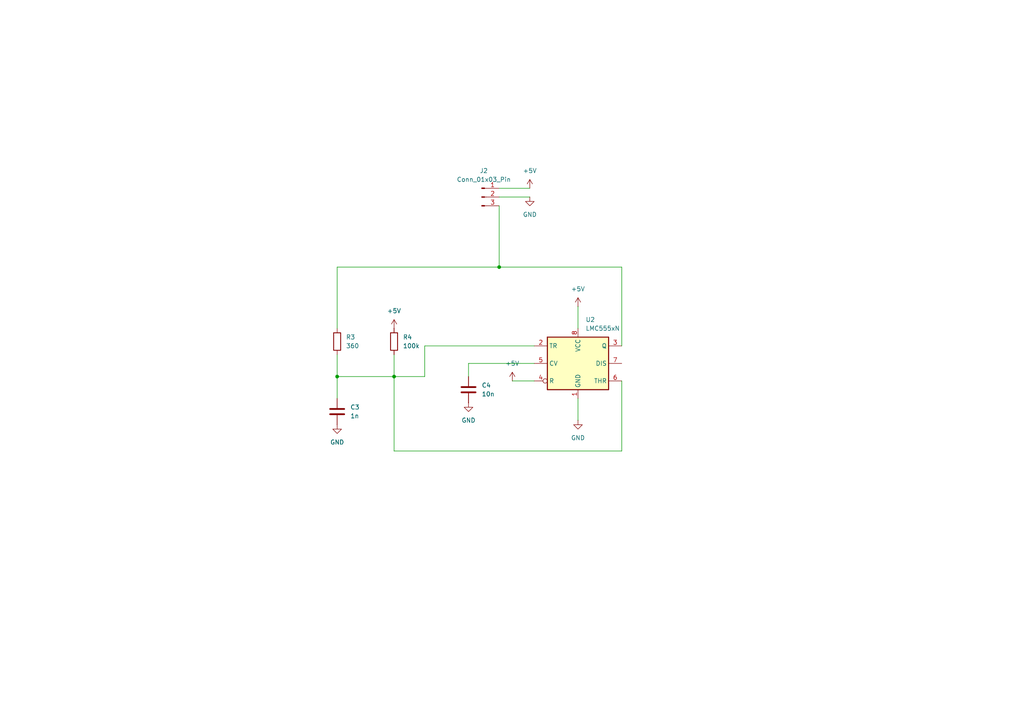
<source format=kicad_sch>
(kicad_sch (version 20231120) (generator "eeschema") (generator_version "8.0")
  (paper "A4")
  (title_block (title "3 MHz signal generator") (date "2024-10-31") (rev "0") (company "Kazu Nakane"))
  (lib_symbols
    (symbol "Connector:Conn_01x03_Pin" (pin_names (offset 1.016) hide)
      (property "Reference" "J" (at 0 5.08 0))
      (property "Value" "Conn_01x03_Pin" (at 0 -5.08 0))
      (symbol "Conn_01x03_Pin_1_1"
        (polyline (pts (xy 1.27 -2.54) (xy 0.8636 -2.54)) (stroke (width 0.1524)))
        (polyline (pts (xy 1.27 0) (xy 0.8636 0)) (stroke (width 0.1524)))
        (polyline (pts (xy 1.27 2.54) (xy 0.8636 2.54)) (stroke (width 0.1524)))
        (rectangle (start 0.8636 -2.413) (end 0 -2.667) (stroke (width 0.1524)) (fill (type outline)))
        (rectangle (start 0.8636 0.127) (end 0 -0.127) (stroke (width 0.1524)) (fill (type outline)))
        (rectangle (start 0.8636 2.667) (end 0 2.413) (stroke (width 0.1524)) (fill (type outline)))
        (pin passive line (at 5.08 2.54 180) (length 3.81) (name "Pin_1") (number "1"))
        (pin passive line (at 5.08 0 180) (length 3.81) (name "Pin_2") (number "2"))
        (pin passive line (at 5.08 -2.54 180) (length 3.81) (name "Pin_3") (number "3"))
      )
    )
    (symbol "Device:C" (pin_numbers hide) (pin_names (offset 0.254))
      (property "Reference" "C" (at 0.635 2.54 0))
      (property "Value" "C" (at 0.635 -2.54 0))
      (symbol "C_0_1"
        (polyline (pts (xy -2.032 -0.762) (xy 2.032 -0.762)) (stroke (width 0.508)))
        (polyline (pts (xy -2.032 0.762) (xy 2.032 0.762)) (stroke (width 0.508)))
      )
      (symbol "C_1_1"
        (pin passive line (at 0 3.81 270) (length 2.794) (name "~") (number "1"))
        (pin passive line (at 0 -3.81 90) (length 2.794) (name "~") (number "2"))
      )
    )
    (symbol "Device:R" (pin_numbers hide) (pin_names (offset 0))
      (property "Reference" "R" (at 2.032 0 90))
      (property "Value" "R" (at 0 0 90))
      (symbol "R_0_1"
        (rectangle (start -1.016 -2.54) (end 1.016 2.54) (stroke (width 0.254)))
      )
      (symbol "R_1_1"
        (pin passive line (at 0 3.81 270) (length 1.27) (name "~") (number "1"))
        (pin passive line (at 0 -3.81 90) (length 1.27) (name "~") (number "2"))
      )
    )
    (symbol "Timer:LMC555xN"
      (property "Reference" "U" (at -10.16 8.89 0))
      (property "Value" "LMC555xN" (at 2.54 8.89 0))
      (symbol "LMC555xN_0_0"
        (pin power_in line (at 0 -10.16 90) (length 2.54) (name "GND") (number "1"))
        (pin power_in line (at 0 10.16 270) (length 2.54) (name "VCC") (number "8"))
      )
      (symbol "LMC555xN_0_1"
        (rectangle (start -8.89 -7.62) (end 8.89 7.62) (stroke (width 0.254)) (fill (type background)))
        (rectangle (start -8.89 -7.62) (end 8.89 7.62) (stroke (width 0.254)) (fill (type background)))
      )
      (symbol "LMC555xN_1_1"
        (pin input line (at -12.7 5.08 0) (length 3.81) (name "TR") (number "2"))
        (pin output line (at 12.7 5.08 180) (length 3.81) (name "Q") (number "3"))
        (pin input inverted (at -12.7 -5.08 0) (length 3.81) (name "R") (number "4"))
        (pin input line (at -12.7 0 0) (length 3.81) (name "CV") (number "5"))
        (pin input line (at 12.7 -5.08 180) (length 3.81) (name "THR") (number "6"))
        (pin input line (at 12.7 0 180) (length 3.81) (name "DIS") (number "7"))
      )
    )
    (symbol "power:+5V" (power) (pin_numbers hide) (pin_names (offset 0) hide)
      (property "Value" "+5V" (at 0 3.556 0))
      (symbol "+5V_0_1"
        (polyline (pts (xy -0.762 1.27) (xy 0 2.54)))
        (polyline (pts (xy 0 0) (xy 0 2.54)))
        (polyline (pts (xy 0 2.54) (xy 0.762 1.27)))
      )
      (symbol "+5V_1_1"
        (pin power_in line (at 0 0 90) (length 0) (name "~") (number "1"))
      )
    )
    (symbol "power:GND" (power) (pin_numbers hide) (pin_names (offset 0) hide)
      (property "Value" "GND" (at 0 -3.81 0))
      (symbol "GND_0_1"
        (polyline (pts (xy 0 0) (xy 0 -1.27) (xy 1.27 -1.27) (xy 0 -2.54) (xy -1.27 -1.27) (xy 0 -1.27)))
      )
      (symbol "GND_1_1"
        (pin power_in line (at 0 0 270) (length 0) (name "~") (number "1"))
      )
    )
  )
  (junction (at 114.3 109.22))
  (junction (at 144.78 77.47))
  (junction (at 97.79 109.22))
  (wire (pts (xy 180.34 130.81) (xy 114.3 130.81)))
  (wire (pts (xy 97.79 109.22) (xy 97.79 115.57)))
  (wire (pts (xy 144.78 59.69) (xy 144.78 77.47)))
  (wire (pts (xy 97.79 102.87) (xy 97.79 109.22)))
  (wire (pts (xy 180.34 100.33) (xy 180.34 77.47)))
  (wire (pts (xy 167.64 121.92) (xy 167.64 115.57)))
  (wire (pts (xy 144.78 77.47) (xy 97.79 77.47)))
  (wire (pts (xy 114.3 102.87) (xy 114.3 109.22)))
  (wire (pts (xy 123.19 100.33) (xy 123.19 109.22)))
  (wire (pts (xy 135.89 105.41) (xy 135.89 109.22)))
  (wire (pts (xy 154.94 105.41) (xy 135.89 105.41)))
  (wire (pts (xy 97.79 77.47) (xy 97.79 95.25)))
  (wire (pts (xy 144.78 57.15) (xy 153.67 57.15)))
  (wire (pts (xy 154.94 100.33) (xy 123.19 100.33)))
  (wire (pts (xy 123.19 109.22) (xy 114.3 109.22)))
  (wire (pts (xy 148.59 110.49) (xy 154.94 110.49)))
  (wire (pts (xy 180.34 77.47) (xy 144.78 77.47)))
  (wire (pts (xy 97.79 109.22) (xy 114.3 109.22)))
  (wire (pts (xy 167.64 88.9) (xy 167.64 95.25)))
  (wire (pts (xy 153.67 54.61) (xy 144.78 54.61)))
  (wire (pts (xy 114.3 130.81) (xy 114.3 109.22)))
  (wire (pts (xy 180.34 110.49) (xy 180.34 130.81)))
  (symbol (lib_id "Device:R") (at 97.79 99.06 0) (unit 1)
    (property "Reference" "R3" (at 100.33 97.7899 0) (effects (justify left)))
    (property "Value" "360" (at 100.33 100.3299 0) (effects (justify left)))
    (property "Description" "Resistor" (effects (hide yes)))
  )
  (symbol (lib_id "Connector:Conn_01x03_Pin") (at 139.7 57.15 0) (unit 1)
    (property "Reference" "J2" (at 140.335 49.53 0))
    (property "Value" "Conn_01x03_Pin" (at 140.335 52.07 0))
    (property "Footprint" "Connector:FanPinHeader_1x03_P2.54mm_Vertical" (effects (hide yes)))
    (property "Description" "Generic connector, single row, 01x03, script generated" (effects (hide yes)))
  )
  (symbol (lib_id "power:GND") (at 167.64 121.92 0) (unit 1)
    (property "Reference" "#PWR016" (effects (hide yes)))
    (property "Value" "GND" (at 167.64 127 0))
    (property "Description" "Power symbol creates a global label with name \"GND\" , ground" (effects (hide yes)))
  )
  (symbol (lib_id "power:+5V") (at 153.67 54.61 0) (unit 1)
    (property "Reference" "#PWR013" (effects (hide yes)))
    (property "Value" "+5V" (at 153.67 49.53 0))
    (property "Description" "Power symbol creates a global label with name \"+5V\"" (effects (hide yes)))
  )
  (symbol (lib_id "power:GND") (at 97.79 123.19 0) (unit 1)
    (property "Reference" "#PWR09" (effects (hide yes)))
    (property "Value" "GND" (at 97.79 128.27 0))
    (property "Description" "Power symbol creates a global label with name \"GND\" , ground" (effects (hide yes)))
  )
  (symbol (lib_id "Device:R") (at 114.3 99.06 0) (unit 1)
    (property "Reference" "R4" (at 116.84 97.7899 0) (effects (justify left)))
    (property "Value" "100k" (at 116.84 100.3299 0) (effects (justify left)))
    (property "Description" "Resistor" (effects (hide yes)))
  )
  (symbol (lib_id "power:+5V") (at 114.3 95.25 0) (unit 1)
    (property "Reference" "#PWR010" (effects (hide yes)))
    (property "Value" "+5V" (at 114.3 90.17 0))
    (property "Description" "Power symbol creates a global label with name \"+5V\"" (effects (hide yes)))
  )
  (symbol (lib_id "Device:C") (at 97.79 119.38 0) (unit 1)
    (property "Reference" "C3" (at 101.6 118.1099 0) (effects (justify left)))
    (property "Value" "1n" (at 101.6 120.6499 0) (effects (justify left)))
    (property "Description" "Unpolarized capacitor" (effects (hide yes)))
  )
  (symbol (lib_id "Device:C") (at 135.89 113.03 0) (unit 1)
    (property "Reference" "C4" (at 139.7 111.7599 0) (effects (justify left)))
    (property "Value" "10n" (at 139.7 114.2999 0) (effects (justify left)))
    (property "Description" "Unpolarized capacitor" (effects (hide yes)))
  )
  (symbol (lib_id "power:+5V") (at 148.59 110.49 0) (unit 1)
    (property "Reference" "#PWR012" (effects (hide yes)))
    (property "Value" "+5V" (at 148.59 105.41 0))
    (property "Description" "Power symbol creates a global label with name \"+5V\"" (effects (hide yes)))
  )
  (symbol (lib_id "power:GND") (at 135.89 116.84 0) (unit 1)
    (property "Reference" "#PWR011" (effects (hide yes)))
    (property "Value" "GND" (at 135.89 121.92 0))
    (property "Description" "Power symbol creates a global label with name \"GND\" , ground" (effects (hide yes)))
  )
  (symbol (lib_id "power:GND") (at 153.67 57.15 0) (unit 1)
    (property "Reference" "#PWR014" (effects (hide yes)))
    (property "Value" "GND" (at 153.67 62.23 0))
    (property "Description" "Power symbol creates a global label with name \"GND\" , ground" (effects (hide yes)))
  )
  (symbol (lib_id "Timer:LMC555xN") (at 167.64 105.41 0) (unit 1)
    (property "Reference" "U2" (at 169.8341 92.71 0) (effects (justify left)))
    (property "Value" "LMC555xN" (at 169.8341 95.25 0) (effects (justify left)))
    (property "Footprint" "Package_DIP:DIP-8_W7.62mm" (effects (hide yes)))
    (property "Datasheet" "http://www.ti.com/lit/ds/symlink/lmc555.pdf" (effects (hide yes)))
    (property "Description" "CMOS Timer, 555 compatible, PDIP-8" (effects (hide yes)))
  )
  (symbol (lib_id "power:+5V") (at 167.64 88.9 0) (unit 1)
    (property "Reference" "#PWR015" (effects (hide yes)))
    (property "Value" "+5V" (at 167.64 83.82 0))
    (property "Description" "Power symbol creates a global label with name \"+5V\"" (effects (hide yes)))
  )
)
</source>
